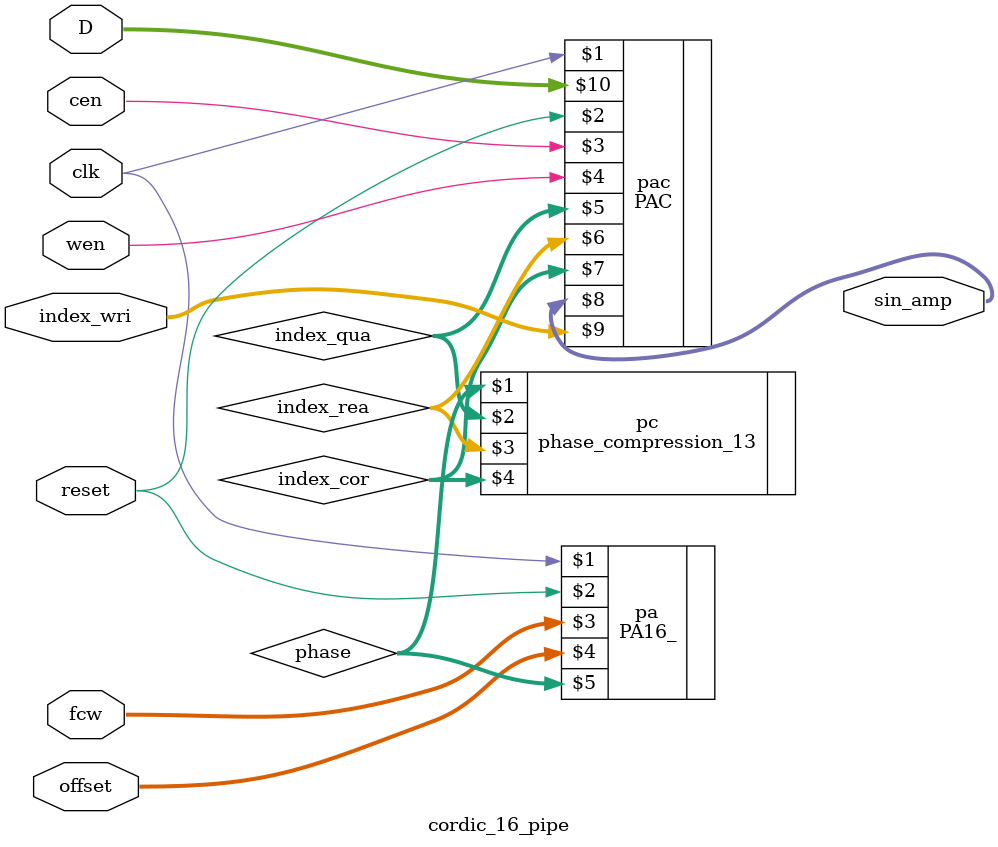
<source format=v>
module cordic_16_pipe(clk,reset,cen,wen,index_wri,D,fcw,offset,sin_amp);
  input clk,reset,cen,wen;
  input [5:0] index_wri;
  input [15:0] fcw,offset;
  input [47:0] D;
  output [15:0] sin_amp;
  
  wire [2:0] index_qua;
  wire [5:0] index_rea;
  wire [6:0] index_cor;
  wire [15:0] phase;

  PA16_ pa(clk,reset,fcw,offset,phase);
  phase_compression_13 pc(phase,index_qua,index_rea,index_cor);
  PAC pac(clk,reset,cen,wen,index_qua,index_rea,index_cor,sin_amp,index_wri,D);
  
endmodule


</source>
